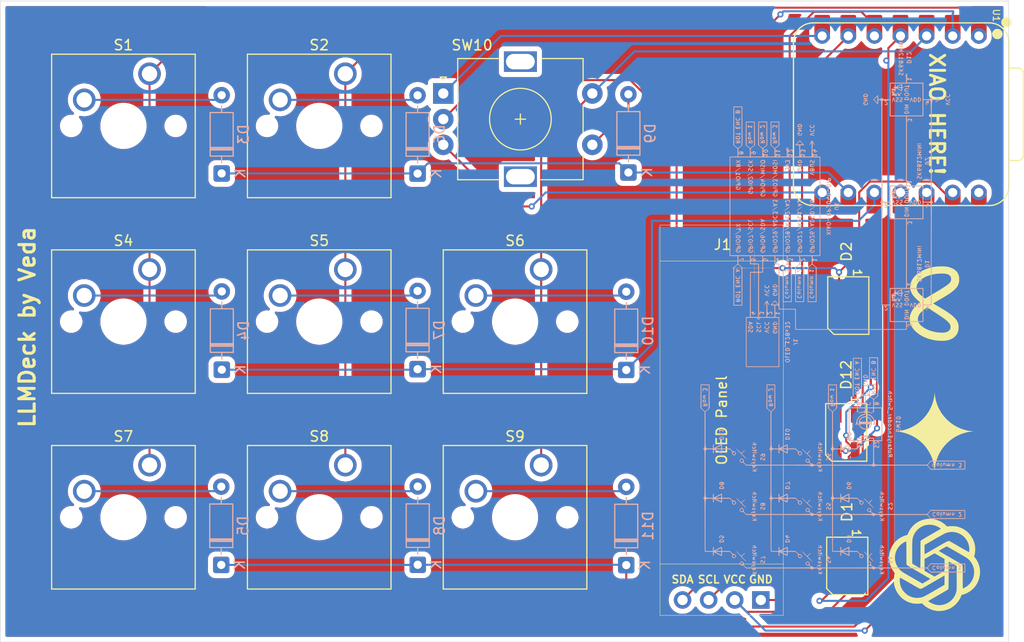
<source format=kicad_pcb>
(kicad_pcb (version 20241229) (generator "pcbnew") (generator_version "9.0")
  (layers (0 "F.Cu" signal) (2 "B.Cu" signal) (13 "F.Paste" user) (15 "B.Paste" user) (5 "F.SilkS" user "F.Silkscreen") (7 "B.SilkS" user "B.Silkscreen") (1 "F.Mask" user) (3 "B.Mask" user) (25 "Edge.Cuts" user))
  (net 0 "")
  (net 1 "Net-(D1-DIN)")
  (net 2 "Net-(D1-DOUT)")
  (net 3 "GND")
  (net 4 "VCC")
  (net 5 "Net-(D12-DIN)")
  (net 6 "Net-(D3-A)")
  (net 7 "Row 1")
  (net 8 "Row 2")
  (net 9 "Net-(D4-A)")
  (net 10 "Net-(D5-A)")
  (net 11 "Row 3")
  (net 12 "Net-(D6-A)")
  (net 13 "Net-(D7-A)")
  (net 14 "Net-(D8-A)")
  (net 15 "Net-(D9-A)")
  (net 16 "Net-(D10-A)")
  (net 17 "Net-(D11-A)")
  (net 19 "Net-(J1-SCL)")
  (net 20 "Net-(J1-SDA)")
  (net 21 "Column 1")
  (net 22 "Column 2")
  (net 23 "Column 3")
  (net 24 "ROT ENC B")
  (net 25 "ROT ENC A")
  (footprint "Button_Switch_Keyboard:SW_Cherry_MX_1.00u_PCB" (layer "F.Cu") (at 112.97125 106.2825)
    (property "Reference" "S8" (at -2.54 -2.794 0) (layer "F.SilkS"))
    (property "Value" "Keyswitch")
    (pad "" np_thru_hole circle (at -7.62 5.08) (size 1.7 1.7) (drill 1.7) (layers "*.Cu" "*.Mask"))
    (pad "" np_thru_hole circle (at -2.54 5.08) (size 4 4) (drill 4) (layers "*.Cu" "*.Mask"))
    (pad "" np_thru_hole circle (at 2.54 5.08) (size 1.7 1.7) (drill 1.7) (layers "*.Cu" "*.Mask"))
    (pad "1" thru_hole circle (at 0 0) (size 2.2 2.2) (drill 1.5) (layers "*.Cu" "*.Mask") (net 22 "Column 2"))
    (pad "2" thru_hole circle (at -6.35 2.54) (size 2.2 2.2) (drill 1.5) (layers "*.Cu" "*.Mask") (net 14 "Net-(D8-A)"))
  )
  (footprint "LED_SMD:LED_SK6812MINI_PLCC4_3.5x3.5mm_P1.75mm" (layer "F.Cu") (at 161.9 90.75 -90)
    (property "Reference" "D2" (at -5.25 0.175 90) (layer "F.SilkS"))
    (property "Value" "SK6812MINI")
    (fp_text user "1" (at -3.2 -0.875 270) (layer "F.SilkS") (effects (font (size 0.8 0.8))))
    (pad "1" smd rect (at -1.75 -0.875 270) (size 1.6 0.85) (layers "F.Cu" "F.Mask" "F.Paste") (net 5 "Net-(D12-DIN)"))
    (pad "2" smd rect (at -1.75 0.875 270) (size 1.6 0.85) (layers "F.Cu" "F.Mask" "F.Paste") (net 3 "GND"))
    (pad "3" smd rect (at 1.75 0.875 270) (size 1.6 0.85) (layers "F.Cu" "F.Mask" "F.Paste") (net 2 "Net-(D1-DOUT)"))
    (pad "4" smd rect (at 1.75 -0.875 270) (size 1.6 0.85) (layers "F.Cu" "F.Mask" "F.Paste") (net 4 "VCC"))
  )
  (footprint "Button_Switch_Keyboard:SW_Cherry_MX_1.00u_PCB" (layer "F.Cu") (at 112.97125 87.2325)
    (property "Reference" "S5" (at -2.54 -2.794 0) (layer "F.SilkS"))
    (property "Value" "Keyswitch")
    (pad "" np_thru_hole circle (at -7.62 5.08) (size 1.7 1.7) (drill 1.7) (layers "*.Cu" "*.Mask"))
    (pad "" np_thru_hole circle (at -2.54 5.08) (size 4 4) (drill 4) (layers "*.Cu" "*.Mask"))
    (pad "" np_thru_hole circle (at 2.54 5.08) (size 1.7 1.7) (drill 1.7) (layers "*.Cu" "*.Mask"))
    (pad "1" thru_hole circle (at 0 0) (size 2.2 2.2) (drill 1.5) (layers "*.Cu" "*.Mask") (net 22 "Column 2"))
    (pad "2" thru_hole circle (at -6.35 2.54) (size 2.2 2.2) (drill 1.5) (layers "*.Cu" "*.Mask") (net 13 "Net-(D7-A)"))
  )
  (footprint "LED_SMD:LED_SK6812MINI_PLCC4_3.5x3.5mm_P1.75mm" (layer "F.Cu") (at 161.7 103.1 -90)
    (property "Reference" "D12" (at -5.6 0 90) (layer "F.SilkS"))
    (property "Value" "SK6812MINI")
    (fp_text user "1" (at -3.2 -0.875 270) (layer "F.SilkS") (effects (font (size 0.8 0.8))))
    (pad "1" smd rect (at -1.75 -0.875 270) (size 1.6 0.85) (layers "F.Cu" "F.Mask" "F.Paste"))
    (pad "2" smd rect (at -1.75 0.875 270) (size 1.6 0.85) (layers "F.Cu" "F.Mask" "F.Paste") (net 3 "GND"))
    (pad "3" smd rect (at 1.75 0.875 270) (size 1.6 0.85) (layers "F.Cu" "F.Mask" "F.Paste") (net 5 "Net-(D12-DIN)"))
    (pad "4" smd rect (at 1.75 -0.875 270) (size 1.6 0.85) (layers "F.Cu" "F.Mask" "F.Paste") (net 4 "VCC"))
  )
  (footprint "Button_Switch_Keyboard:SW_Cherry_MX_1.00u_PCB" (layer "F.Cu") (at 93.92125 106.2825)
    (property "Reference" "S7" (at -2.54 -2.794 0) (layer "F.SilkS"))
    (property "Value" "Keyswitch")
    (pad "" np_thru_hole circle (at -7.62 5.08) (size 1.7 1.7) (drill 1.7) (layers "*.Cu" "*.Mask"))
    (pad "" np_thru_hole circle (at -2.54 5.08) (size 4 4) (drill 4) (layers "*.Cu" "*.Mask"))
    (pad "" np_thru_hole circle (at 2.54 5.08) (size 1.7 1.7) (drill 1.7) (layers "*.Cu" "*.Mask"))
    (pad "1" thru_hole circle (at 0 0) (size 2.2 2.2) (drill 1.5) (layers "*.Cu" "*.Mask") (net 21 "Column 1"))
    (pad "2" thru_hole circle (at -6.35 2.54) (size 2.2 2.2) (drill 1.5) (layers "*.Cu" "*.Mask") (net 10 "Net-(D5-A)"))
  )
  (footprint "OPL:XIAO-RP2040-DIP" (layer "F.Cu") (at 166.98 72.12 -90)
    (property "Reference" "U1" (at -9.62 -9.32 270) (layer "F.SilkS") (effects (font (size 0.635 0.635) (thickness 0.1016))))
    (property "Value" "XIAO-RP2040-DIP")
    (pad "1" smd roundrect (at -8.455 -7.62 90) (size 2.432 1.524) (layers "F.Cu" "F.Mask") (roundrect_rratio 0.1) (net 21 "Column 1"))
    (pad "1" thru_hole circle (at -7.62 -7.62 90) (size 1.524 1.524) (drill 0.889) (layers "*.Cu" "*.Mask") (net 21 "Column 1"))
    (pad "2" smd roundrect (at -8.455 -5.08 90) (size 2.432 1.524) (layers "F.Cu" "F.Mask") (roundrect_rratio 0.1) (net 22 "Column 2"))
    (pad "2" thru_hole circle (at -7.62 -5.08 90) (size 1.524 1.524) (drill 0.889) (layers "*.Cu" "*.Mask") (net 22 "Column 2"))
    (pad "3" smd roundrect (at -8.455 -2.54 90) (size 2.432 1.524) (layers "F.Cu" "F.Mask") (roundrect_rratio 0.1) (net 23 "Column 3"))
    (pad "3" thru_hole circle (at -7.62 -2.54 90) (size 1.524 1.524) (drill 0.889) (layers "*.Cu" "*.Mask") (net 23 "Column 3"))
    (pad "4" smd roundrect (at -8.455 0 90) (size 2.432 1.524) (layers "F.Cu" "F.Mask") (roundrect_rratio 0.1) (net 1 "Net-(D1-DIN)"))
    (pad "4" thru_hole circle (at -7.62 0 90) (size 1.524 1.524) (drill 0.889) (layers "*.Cu" "*.Mask") (net 1 "Net-(D1-DIN)"))
    (pad "5" smd roundrect (at -8.455 2.54 90) (size 2.432 1.524) (layers "F.Cu" "F.Mask") (roundrect_rratio 0.1) (net 20 "Net-(J1-SDA)"))
    (pad "5" thru_hole circle (at -7.62 2.54 90) (size 1.524 1.524) (drill 0.889) (layers "*.Cu" "*.Mask") (net 20 "Net-(J1-SDA)"))
    (pad "6" smd roundrect (at -8.455 5.08 90) (size 2.432 1.524) (layers "F.Cu" "F.Mask") (roundrect_rratio 0.1) (net 19 "Net-(J1-SCL)"))
    (pad "6" thru_hole circle (at -7.62 5.08 90) (size 1.524 1.524) (drill 0.889) (layers "*.Cu" "*.Mask") (net 19 "Net-(J1-SCL)"))
    (pad "7" smd roundrect (at -8.455 7.62 90) (size 2.432 1.524) (layers "F.Cu" "F.Mask") (roundrect_rratio 0.1) (net 25 "ROT ENC A"))
    (pad "7" thru_hole circle (at -7.62 7.62 90) (size 1.524 1.524) (drill 0.889) (layers "*.Cu" "*.Mask") (net 25 "ROT ENC A"))
    (pad "8" thru_hole circle (at 7.62 7.62 270) (size 1.524 1.524) (drill 0.889) (layers "*.Cu" "*.Mask") (net 24 "ROT ENC B"))
    (pad "8" smd roundrect (at 8.455 7.62 270) (size 2.432 1.524) (layers "F.Cu" "F.Mask") (roundrect_rratio 0.1) (net 24 "ROT ENC B"))
    (pad "9" thru_hole circle (at 7.62 5.08 270) (size 1.524 1.524) (drill 0.889) (layers "*.Cu" "*.Mask") (net 7 "Row 1"))
    (pad "9" smd roundrect (at 8.455 5.08 270) (size 2.432 1.524) (layers "F.Cu" "F.Mask") (roundrect_rratio 0.1) (net 7 "Row 1"))
    (pad "10" thru_hole circle (at 7.62 2.54 270) (size 1.524 1.524) (drill 0.889) (layers "*.Cu" "*.Mask") (net 8 "Row 2"))
    (pad "10" smd roundrect (at 8.455 2.54 270) (size 2.432 1.524) (layers "F.Cu" "F.Mask") (roundrect_rratio 0.1) (net 8 "Row 2"))
    (pad "11" thru_hole circle (at 7.62 0 270) (size 1.524 1.524) (drill 0.889) (layers "*.Cu" "*.Mask") (net 11 "Row 3"))
    (pad "11" smd roundrect (at 8.455 0 270) (size 2.432 1.524) (layers "F.Cu" "F.Mask") (roundrect_rratio 0.1) (net 11 "Row 3"))
    (pad "12" thru_hole circle (at 7.62 -2.54 270) (size 1.524 1.524) (drill 0.889) (layers "*.Cu" "*.Mask"))
    (pad "12" smd roundrect (at 8.455 -2.54 270) (size 2.432 1.524) (layers "F.Cu" "F.Mask") (roundrect_rratio 0.1))
    (pad "13" thru_hole circle (at 7.62 -5.08 270) (size 1.524 1.524) (drill 0.889) (layers "*.Cu" "*.Mask") (net 3 "GND"))
    (pad "13" smd roundrect (at 8.455 -5.08 270) (size 2.432 1.524) (layers "F.Cu" "F.Mask") (roundrect_rratio 0.1) (net 3 "GND"))
    (pad "14" thru_hole circle (at 7.62 -7.62 270) (size 1.524 1.524) (drill 0.889) (layers "*.Cu" "*.Mask") (net 4 "VCC"))
    (pad "14" smd roundrect (at 8.455 -7.62 270) (size 2.432 1.524) (layers "F.Cu" "F.Mask") (roundrect_rratio 0.1) (net 4 "VCC"))
  )
  (footprint "LOGO" (layer "F.Cu") (at 170.3 116)
    (property "Reference" "G" (hide yes))
    (property "Value" "LOGO" (hide yes))
  )
  (footprint "Button_Switch_Keyboard:SW_Cherry_MX_1.00u_PCB" (layer "F.Cu") (at 93.92125 68.1825)
    (property "Reference" "S1" (at -2.54 -2.794 0) (layer "F.SilkS"))
    (property "Value" "Keyswitch")
    (pad "" np_thru_hole circle (at -7.62 5.08) (size 1.7 1.7) (drill 1.7) (layers "*.Cu" "*.Mask"))
    (pad "" np_thru_hole circle (at -2.54 5.08) (size 4 4) (drill 4) (layers "*.Cu" "*.Mask"))
    (pad "" np_thru_hole circle (at 2.54 5.08) (size 1.7 1.7) (drill 1.7) (layers "*.Cu" "*.Mask"))
    (pad "1" thru_hole circle (at 0 0) (size 2.2 2.2) (drill 1.5) (layers "*.Cu" "*.Mask") (net 21 "Column 1"))
    (pad "2" thru_hole circle (at -6.35 2.54) (size 2.2 2.2) (drill 1.5) (layers "*.Cu" "*.Mask") (net 6 "Net-(D3-A)"))
  )
  (footprint "OLED:RotaryEncoder_Alps_EC11E-Switch_Vertical_H20mm" (layer "F.Cu") (at 122.5 70.1)
    (property "Reference" "SW10" (at 2.8 -4.7 0) (layer "F.SilkS"))
    (property "Value" "RotaryEncoder_Switch")
    (pad "A" thru_hole rect (at 0 0) (size 2 2) (drill 1) (layers "*.Cu" "*.Mask") (net 25 "ROT ENC A"))
    (pad "B" thru_hole circle (at 0 5) (size 2 2) (drill 1) (layers "*.Cu" "*.Mask") (net 24 "ROT ENC B"))
    (pad "C" thru_hole circle (at 0 2.5) (size 2 2) (drill 1) (layers "*.Cu" "*.Mask") (net 3 "GND"))
    (pad "MP" thru_hole rect (at 7.5 -3.1) (size 3.2 2) (drill oval 2.8 1.5) (layers "*.Cu" "*.Mask"))
    (pad "MP" thru_hole rect (at 7.5 8.1) (size 3.2 2) (drill oval 2.8 1.5) (layers "*.Cu" "*.Mask"))
    (pad "S1" thru_hole circle (at 14.5 5) (size 2 2) (drill 1) (layers "*.Cu" "*.Mask") (net 15 "Net-(D9-A)"))
    (pad "S2" thru_hole circle (at 14.5 0) (size 2 2) (drill 1) (layers "*.Cu" "*.Mask") (net 23 "Column 3"))
  )
  (footprint "LOGO" (layer "F.Cu") (at 170.3 103)
    (property "Reference" "G***" (hide yes))
    (property "Value" "LOGO" (hide yes))
  )
  (footprint "Button_Switch_Keyboard:SW_Cherry_MX_1.00u_PCB" (layer "F.Cu") (at 132.02125 106.2825)
    (property "Reference" "S9" (at -2.54 -2.794 0) (layer "F.SilkS"))
    (property "Value" "Keyswitch")
    (pad "" np_thru_hole circle (at -7.62 5.08) (size 1.7 1.7) (drill 1.7) (layers "*.Cu" "*.Mask"))
    (pad "" np_thru_hole circle (at -2.54 5.08) (size 4 4) (drill 4) (layers "*.Cu" "*.Mask"))
    (pad "" np_thru_hole circle (at 2.54 5.08) (size 1.7 1.7) (drill 1.7) (layers "*.Cu" "*.Mask"))
    (pad "1" thru_hole circle (at 0 0) (size 2.2 2.2) (drill 1.5) (layers "*.Cu" "*.Mask") (net 23 "Column 3"))
    (pad "2" thru_hole circle (at -6.35 2.54) (size 2.2 2.2) (drill 1.5) (layers "*.Cu" "*.Mask") (net 17 "Net-(D11-A)"))
  )
  (footprint "OLED:SSD1306-0.91-OLED-4pin-128x32" (layer "F.Cu") (at 155.585 82.915 -90)
    (property "Reference" "J1" (at 1.9 5.91 0) (layer "F.SilkS"))
    (property "Value" "OLED_128x32")
    (fp_text user "VCC" (at 34.5 4.73 0) (layer "F.SilkS") (effects (font (size 0.75 0.75))))
    (fp_text user "SDA" (at 34.5 9.81 0) (layer "F.SilkS") (effects (font (size 0.75 0.75))))
    (fp_text user "SCL" (at 34.5 7.27 0) (layer "F.SilkS") (effects (font (size 0.75 0.75))))
    (fp_text user "GND" (at 34.5 2.19 0) (layer "F.SilkS") (effects (font (size 0.75 0.75))))
    (fp_text user "OLED Panel" (at 19 6 90) (layer "F.SilkS"))
    (pad "1" thru_hole rect (at 36.5 2.19 270) (size 1.7 1.7) (drill 1) (layers "*.Cu" "*.Mask") (net 3 "GND"))
    (pad "2" thru_hole oval (at 36.5 4.73 270) (size 1.7 1.7) (drill 1) (layers "*.Cu" "*.Mask") (net 4 "VCC"))
    (pad "3" thru_hole oval (at 36.5 7.27 270) (size 1.7 1.7) (drill 1) (layers "*.Cu" "*.Mask") (net 19 "Net-(J1-SCL)"))
    (pad "4" thru_hole oval (at 36.5 9.81 270) (size 1.7 1.7) (drill 1) (layers "*.Cu" "*.Mask") (net 20 "Net-(J1-SDA)"))
  )
  (footprint "Button_Switch_Keyboard:SW_Cherry_MX_1.00u_PCB" (layer "F.Cu") (at 132.02125 87.2325)
    (property "Reference" "S6" (at -2.54 -2.794 0) (layer "F.SilkS"))
    (property "Value" "Keyswitch")
    (pad "" np_thru_hole circle (at -7.62 5.08) (size 1.7 1.7) (drill 1.7) (layers "*.Cu" "*.Mask"))
    (pad "" np_thru_hole circle (at -2.54 5.08) (size 4 4) (drill 4) (layers "*.Cu" "*.Mask"))
    (pad "" np_thru_hole circle (at 2.54 5.08) (size 1.7 1.7) (drill 1.7) (layers "*.Cu" "*.Mask"))
    (pad "1" thru_hole circle (at 0 0) (size 2.2 2.2) (drill 1.5) (layers "*.Cu" "*.Mask") (net 23 "Column 3"))
    (pad "2" thru_hole circle (at -6.35 2.54) (size 2.2 2.2) (drill 1.5) (layers "*.Cu" "*.Mask") (net 16 "Net-(D10-A)"))
  )
  (footprint "Button_Switch_Keyboard:SW_Cherry_MX_1.00u_PCB" (layer "F.Cu") (at 93.92125 87.2325)
    (property "Reference" "S4" (at -2.54 -2.794 0) (layer "F.SilkS"))
    (property "Value" "Keyswitch")
    (pad "" np_thru_hole circle (at -7.62 5.08) (size 1.7 1.7) (drill 1.7) (layers "*.Cu" "*.Mask"))
    (pad "" np_thru_hole circle (at -2.54 5.08) (size 4 4) (drill 4) (layers "*.Cu" "*.Mask"))
    (pad "" np_thru_hole circle (at 2.54 5.08) (size 1.7 1.7) (drill 1.7) (layers "*.Cu" "*.Mask"))
    (pad "1" thru_hole circle (at 0 0) (size 2.2 2.2) (drill 1.5) (layers "*.Cu" "*.Mask") (net 21 "Column 1"))
    (pad "2" thru_hole circle (at -6.35 2.54) (size 2.2 2.2) (drill 1.5) (layers "*.Cu" "*.Mask") (net 9 "Net-(D4-A)"))
  )
  (footprint "LED_SMD:LED_SK6812MINI_PLCC4_3.5x3.5mm_P1.75mm" (layer "F.Cu") (at 161.8 116.1 -90)
    (property "Reference" "D1" (at -5.25 0.025 90) (layer "F.SilkS"))
    (property "Value" "SK6812MINI")
    (fp_text user "1" (at -3.2 -0.875 270) (layer "F.SilkS") (effects (font (size 0.8 0.8))))
    (pad "1" smd rect (at -1.75 -0.875 270) (size 1.6 0.85) (layers "F.Cu" "F.Mask" "F.Paste") (net 2 "Net-(D1-DOUT)"))
    (pad "2" smd rect (at -1.75 0.875 270) (size 1.6 0.85) (layers "F.Cu" "F.Mask" "F.Paste") (net 3 "GND"))
    (pad "3" smd rect (at 1.75 0.875 270) (size 1.6 0.85) (layers "F.Cu" "F.Mask" "F.Paste") (net 1 "Net-(D1-DIN)"))
    (pad "4" smd rect (at 1.75 -0.875 270) (size 1.6 0.85) (layers "F.Cu" "F.Mask" "F.Paste") (net 4 "VCC"))
  )
  (footprint "LOGO" (layer "F.Cu") (at 170.3 90.7 90)
    (property "Reference" "G***" (hide yes))
    (property "Value" "LOGO" (hide yes))
  )
  (footprint "Button_Switch_Keyboard:SW_Cherry_MX_1.00u_PCB" (layer "F.Cu") (at 112.97125 68.1825)
    (property "Reference" "S2" (at -2.54 -2.794 0) (layer "F.SilkS"))
    (property "Value" "Keyswitch")
    (pad "" np_thru_hole circle (at -7.62 5.08) (size 1.7 1.7) (drill 1.7) (layers "*.Cu" "*.Mask"))
    (pad "" np_thru_hole circle (at -2.54 5.08) (size 4 4) (drill 4) (layers "*.Cu" "*.Mask"))
    (pad "" np_thru_hole circle (at 2.54 5.08) (size 1.7 1.7) (drill 1.7) (layers "*.Cu" "*.Mask"))
    (pad "1" thru_hole circle (at 0 0) (size 2.2 2.2) (drill 1.5) (layers "*.Cu" "*.Mask") (net 22 "Column 2"))
    (pad "2" thru_hole circle (at -6.35 2.54) (size 2.2 2.2) (drill 1.5) (layers "*.Cu" "*.Mask") (net 12 "Net-(D6-A)"))
  )
  (footprint "Diode_THT:D_DO-35_SOD27_P7.62mm_Horizontal" (layer "B.Cu") (at 119.997139 96.944186 90)
    (property "Reference" "D7" (at 3.81 2.12 90) (layer "B.SilkS") (effects (justify mirror)))
    (property "Value" "1N4148")
    (fp_text user "K" (at 0 1.8 90) (layer "B.SilkS") (effects (justify mirror)))
    (pad "1" thru_hole roundrect (at 0 0 90) (size 1.6 1.6) (drill 0.8) (layers "*.Cu" "*.Mask") (roundrect_rratio 0.15625) (net 8 "Row 2"))
    (pad "2" thru_hole circle (at 7.62 0 90) (size 1.6 1.6) (drill 0.8) (layers "*.Cu" "*.Mask") (net 13 "Net-(D7-A)"))
  )
  (footprint "Diode_THT:D_DO-35_SOD27_P7.62mm_Horizontal" (layer "B.Cu") (at 140.3 97.02 90)
    (property "Reference" "D10" (at 3.81 2.12 90) (layer "B.SilkS") (effects (justify mirror)))
    (property "Value" "1N4148")
    (fp_text user "K" (at 0 1.8 90) (layer "B.SilkS") (effects (justify mirror)))
    (pad "1" thru_hole roundrect (at 0 0 90) (size 1.6 1.6) (drill 0.8) (layers "*.Cu" "*.Mask") (roundrect_rratio 0.15625) (net 8 "Row 2"))
    (pad "2" thru_hole circle (at 7.62 0 90) (size 1.6 1.6) (drill 0.8) (layers "*.Cu" "*.Mask") (net 16 "Net-(D10-A)"))
  )
  (footprint "Diode_THT:D_DO-35_SOD27_P7.62mm_Horizontal" (layer "B.Cu") (at 140.510611 77.794482 90)
    (property "Reference" "D9" (at 3.81 2.12 90) (layer "B.SilkS") (effects (justify mirror)))
    (property "Value" "1N4148")
    (fp_text user "K" (at 0 1.8 90) (layer "B.SilkS") (effects (justify mirror)))
    (pad "1" thru_hole roundrect (at 0 0 90) (size 1.6 1.6) (drill 0.8) (layers "*.Cu" "*.Mask") (roundrect_rratio 0.15625) (net 7 "Row 1"))
    (pad "2" thru_hole circle (at 7.62 0 90) (size 1.6 1.6) (drill 0.8) (layers "*.Cu" "*.Mask") (net 15 "Net-(D9-A)"))
  )
  (footprint "Diode_THT:D_DO-35_SOD27_P7.62mm_Horizontal" (layer "B.Cu") (at 120.013586 115.98675 90)
    (property "Reference" "D8" (at 3.81 2.12 90) (layer "B.SilkS") (effects (justify mirror)))
    (property "Value" "1N4148")
    (fp_text user "K" (at 0 1.8 90) (layer "B.SilkS") (effects (justify mirror)))
    (pad "1" thru_hole roundrect (at 0 0 90) (size 1.6 1.6) (drill 0.8) (layers "*.Cu" "*.Mask") (roundrect_rratio 0.15625) (net 11 "Row 3"))
    (pad "2" thru_hole circle (at 7.62 0 90) (size 1.6 1.6) (drill 0.8) (layers "*.Cu" "*.Mask") (net 14 "Net-(D8-A)"))
  )
  (footprint "Diode_THT:D_DO-35_SOD27_P7.62mm_Horizontal" (layer "B.Cu") (at 120 77.9 90)
    (property "Reference" "D6" (at 3.81 2.12 90) (layer "B.SilkS") (effects (justify mirror)))
    (property "Value" "1N4148")
    (fp_text user "K" (at 0 1.8 90) (layer "B.SilkS") (effects (justify mirror)))
    (pad "1" thru_hole roundrect (at 0 0 90) (size 1.6 1.6) (drill 0.8) (layers "*.Cu" "*.Mask") (roundrect_rratio 0.15625) (net 7 "Row 1"))
    (pad "2" thru_hole circle (at 7.62 0 90) (size 1.6 1.6) (drill 0.8) (layers "*.Cu" "*.Mask") (net 12 "Net-(D6-A)"))
  )
  (footprint "Diode_THT:D_DO-35_SOD27_P7.62mm_Horizontal" (layer "B.Cu") (at 100.954139 96.99376 90)
    (property "Reference" "D4" (at 3.81 2.12 90) (layer "B.SilkS") (effects (justify mirror)))
    (property "Value" "1N4148")
    (fp_text user "K" (at 0 1.8 90) (layer "B.SilkS") (effects (justify mirror)))
    (pad "1" thru_hole roundrect (at 0 0 90) (size 1.6 1.6) (drill 0.8) (layers "*.Cu" "*.Mask") (roundrect_rratio 0.15625) (net 8 "Row 2"))
    (pad "2" thru_hole circle (at 7.62 0 90) (size 1.6 1.6) (drill 0.8) (layers "*.Cu" "*.Mask") (net 9 "Net-(D4-A)"))
  )
  (footprint "Diode_THT:D_DO-35_SOD27_P7.62mm_Horizontal" (layer "B.Cu") (at 100.9 116 90)
    (property "Reference" "D5" (at 3.81 2.12 90) (layer "B.SilkS") (effects (justify mirror)))
    (property "Value" "1N4148")
    (fp_text user "K" (at 0 1.8 90) (layer "B.SilkS") (effects (justify mirror)))
    (pad "1" thru_hole roundrect (at 0 0 90) (size 1.6 1.6) (drill 0.8) (layers "*.Cu" "*.Mask") (roundrect_rratio 0.15625) (net 11 "Row 3"))
    (pad "2" thru_hole circle (at 7.62 0 90) (size 1.6 1.6) (drill 0.8) (layers "*.Cu" "*.Mask") (net 10 "Net-(D5-A)"))
  )
  (footprint "LOGO" (layer "B.Cu") (at 160.321218 91.4 90)
    (property "Reference" "G***" (hide yes))
    (property "Value" "LOGO" (hide yes))
  )
  (footprint "Diode_THT:D_DO-35_SOD27_P7.62mm_Horizontal" (layer "B.Cu") (at 140.3 116.02 90)
    (property "Reference" "D11" (at 3.81 2.12 90) (layer "B.SilkS") (effects (justify mirror)))
    (property "Value" "1N4148")
    (fp_text user "K" (at 0 1.8 90) (layer "B.SilkS") (effects (justify mirror)))
    (pad "1" thru_hole roundrect (at 0 0 90) (size 1.6 1.6) (drill 0.8) (layers "*.Cu" "*.Mask") (roundrect_rratio 0.15625) (net 11 "Row 3"))
    (pad "2" thru_hole circle (at 7.62 0 90) (size 1.6 1.6) (drill 0.8) (layers "*.Cu" "*.Mask") (net 17 "Net-(D11-A)"))
  )
  (footprint "Diode_THT:D_DO-35_SOD27_P7.62mm_Horizontal" (layer "B.Cu") (at 100.939226 77.886973 90)
    (property "Reference" "D3" (at 3.81 2.12 90) (layer "B.SilkS") (effects (justify mirror)))
    (property "Value" "1N4148")
    (fp_text user "K" (at 0 1.8 90) (layer "B.SilkS") (effects (justify mirror)))
    (pad "1" thru_hole roundrect (at 0 0 90) (size 1.6 1.6) (drill 0.8) (layers "*.Cu" "*.Mask") (roundrect_rratio 0.15625) (net 7 "Row 1"))
    (pad "2" thru_hole circle (at 7.62 0 90) (size 1.6 1.6) (drill 0.8) (layers "*.Cu" "*.Mask") (net 6 "Net-(D3-A)"))
  )
  (gr_rect (start 79.4 61.1) (end 177.5 123.5) (stroke (width 0.05)) (fill no) (layer "Edge.Cuts"))
  (gr_text "XIAO HERE!" (at 169.7 66 270) (layer "F.SilkS") (effects (font (size 1.4 1.4) (thickness 0.28) (bold yes)) (justify left bottom)))
  (gr_text "LLMDeck by Veda" (at 82.9 102.8 90) (layer "F.SilkS") (effects (font (size 1.5 1.5) (thickness 0.3) (bold yes)) (justify left bottom)))
  (segment (start 159.275 119.5) (end 159.1 119.5) (width 0.2) (layer "F.Cu") (net 1))
  (segment (start 160.925 117.85) (end 159.275 119.5) (width 0.2) (layer "F.Cu") (net 1))
  (segment (start 165.8 65.68) (end 166.98 64.5) (width 0.2) (layer "F.Cu") (net 1))
  (segment (start 165.8 66.7) (end 165.8 65.68) (width 0.2) (layer "F.Cu") (net 1))
  (segment (start 165.6 66.9) (end 165.8 66.7) (width 0.2) (layer "F.Cu") (net 1))
  (via (at 165.6 66.9) (size 0.6) (drill 0.3) (layers "F.Cu" "B.Cu") (net 1))
  (via (at 159.1 119.5) (size 0.6) (drill 0.3) (layers "F.Cu" "B.Cu") (net 1))
  (segment (start 165.799 67.099) (end 165.6 66.9) (width 0.2) (layer "B.Cu") (net 1))
  (segment (start 165.799 117.301) (end 165.799 67.099) (width 0.2) (layer "B.Cu") (net 1))
  (segment (start 159.1 119.5) (end 163.6 119.5) (width 0.2) (layer "B.Cu") (net 1))
  (segment (start 165.3 117.8) (end 165.799 117.301) (width 0.2) (layer "B.Cu") (net 1))
  (segment (start 163.6 119.5) (end 165.3 117.8) (width 0.2) (layer "B.Cu") (net 1))
  (segment (start 163.301 94.776) (end 161.025 92.5) (width 0.2) (layer "F.Cu") (net 2))
  (segment (start 162.675 114.35) (end 163.301 113.724) (width 0.2) (layer "F.Cu") (net 2))
  (segment (start 163.301 113.724) (end 163.301 94.776) (width 0.2) (layer "F.Cu") (net 2))
  (segment (start 163.99969 78.677) (end 162.963 79.71369) (width 0.2) (layer "F.Cu") (net 3))
  (segment (start 145.2 87.1) (end 155.5 87.1) (width 0.2) (layer "F.Cu") (net 3))
  (segment (start 126.301 68.799) (end 140.692179 68.799) (width 0.2) (layer "F.Cu") (net 3))
  (segment (start 172.06 80.575) (end 170.162 78.677) (width 0.2) (layer "F.Cu") (net 3))
  (segment (start 162.963 79.71369) (end 162.963 85.537) (width 0.2) (layer "F.Cu") (net 3))
  (segment (start 155.86 119.415) (end 160.925 114.35) (width 0.2) (layer "F.Cu") (net 3))
  (segment (start 153.395 119.415) (end 155.86 119.415) (width 0.2) (layer "F.Cu") (net 3))
  (segment (start 140.692179 68.799) (end 145.2 73.306821) (width 0.2) (layer "F.Cu") (net 3))
  (segment (start 160.3 100.825) (end 160.3 89.725) (width 0.2) (layer "F.Cu") (net 3))
  (segment (start 161 88.975) (end 161.025 89) (width 0.2) (layer "F.Cu") (net 3))
  (segment (start 160.3 89.725) (end 161.025 89) (width 0.2) (layer "F.Cu") (net 3))
  (segment (start 159.8 102.375) (end 160.825 101.35) (width 0.2) (layer "F.Cu") (net 3))
  (segment (start 161 87.5) (end 161 88.975) (width 0.2) (layer "F.Cu") (net 3))
  (segment (start 160.825 101.35) (end 160.3 100.825) (width 0.2) (layer "F.Cu") (net 3))
  (segment (start 170.162 78.677) (end 163.99969 78.677) (width 0.2) (layer "F.Cu") (net 3))
  (segment (start 122.5 72.6) (end 126.301 68.799) (width 0.2) (layer "F.Cu") (net 3))
  (segment (start 159.8 113.225) (end 159.8 102.375) (width 0.2) (layer "F.Cu") (net 3))
  (segment (start 160.925 114.35) (end 159.8 113.225) (width 0.2) (layer "F.Cu") (net 3))
  (segment (start 145.2 73.306821) (end 145.2 87.1) (width 0.2) (layer "F.Cu") (net 3))
  (segment (start 162.963 85.537) (end 161 87.5) (width 0.2) (layer "F.Cu") (net 3))
  (via (at 161 87.5) (size 0.6) (drill 0.3) (layers "F.Cu" "B.Cu") (net 3))
  (via (at 155.5 87.1) (size 0.6) (drill 0.3) (layers "F.Cu" "B.Cu") (net 3))
  (segment (start 160.6 87.1) (end 161 87.5) (width 0.2) (layer "B.Cu") (net 3))
  (segment (start 155.5 87.1) (end 160.6 87.1) (width 0.2) (layer "B.Cu") (net 3))
  (segment (start 174.6 79.74) (end 174.6 111.3) (width 0.2) (layer "F.Cu") (net 4))
  (segment (start 161.7 103.975) (end 162.575 104.85) (width 0.2) (layer "F.Cu") (net 4))
  (segment (start 162.775 92.5) (end 164.1 93.825) (width 0.2) (layer "F.Cu") (net 4))
  (segment (start 161.7 103.4) (end 161.7 103.975) (width 0.2) (layer "F.Cu") (net 4))
  (segment (start 161.949 117.124) (end 161.949 105.476) (width 0.2) (layer "F.Cu") (net 4))
  (segment (start 174.6 111.3) (end 163.5 122.4) (width 0.2) (layer "F.Cu") (net 4))
  (segment (start 150.855 119.415) (end 152.006 120.566) (width 0.2) (layer "F.Cu") (net 4))
  (segment (start 164.1 93.825) (end 164.1 98.7) (width 0.2) (layer "F.Cu") (net 4))
  (segment (start 161.949 105.476) (end 162.575 104.85) (width 0.2) (layer "F.Cu") (net 4))
  (segment (start 152.006 120.566) (end 159.959 120.566) (width 0.2) (layer "F.Cu") (net 4))
  (segment (start 159.959 120.566) (end 162.675 117.85) (width 0.2) (layer "F.Cu") (net 4))
  (segment (start 162.675 117.85) (end 161.949 117.124) (width 0.2) (layer "F.Cu") (net 4))
  (via (at 163.5 122.4) (size 0.6) (drill 0.3) (layers "F.Cu" "B.Cu") (net 4))
  (via (at 161.7 103.4) (size 0.6) (drill 0.3) (layers "F.Cu" "B.Cu") (net 4))
  (via (at 164.1 98.7) (size 0.6) (drill 0.3) (layers "F.Cu" "B.Cu") (net 4))
  (segment (start 163.5 122.4) (end 153.84 122.4) (width 0.2) (layer "B.Cu") (net 4))
  (segment (start 161.7 101.1) (end 161.7 103.4) (width 0.2) (layer "B.Cu") (net 4))
  (segment (start 164.1 98.7) (end 161.7 101.1) (width 0.2) (layer "B.Cu") (net 4))
  (segment (start 153.84 122.4) (end 150.855 119.415) (width 0.2) (layer "B.Cu") (net 4))
  (segment (start 161.649998 104.9) (end 160.875 104.9) (width 0.2) (layer "F.Cu") (net 5))
  (segment (start 162.775 89) (end 164.7 90.925) (width 0.2) (layer "F.Cu") (net 5))
  (segment (start 160.875 104.9) (end 160.825 104.85) (width 0.2) (layer "F.Cu") (net 5))
  (segment (start 164.7 90.925) (end 164.7 102.7) (width 0.2) (layer "F.Cu") (net 5))
  (via (at 164.7 102.7) (size 0.6) (drill 0.3) (layers "F.Cu" "B.Cu") (net 5))
  (via (at 161.649998 104.9) (size 0.6) (drill 0.3) (layers "F.Cu" "B.Cu") (net 5))
  (segment (start 162.5 104.9) (end 161.649998 104.9) (width 0.2) (layer "B.Cu") (net 5))
  (segment (start 164.7 102.7) (end 162.5 104.9) (width 0.2) (layer "B.Cu") (net 5))
  (segment (start 100.483699 70.7225) (end 100.939226 70.266973) (width 0.2) (layer "B.Cu") (net 6))
  (segment (start 87.57125 70.7225) (end 100.483699 70.7225) (width 0.2) (layer "B.Cu") (net 6))
  (segment (start 121.001 76.899) (end 139.615129 76.899) (width 0.2) (layer "B.Cu") (net 7))
  (segment (start 140.510611 77.794482) (end 159.954482 77.794482) (width 0.2) (layer "B.Cu") (net 7))
  (segment (start 159.954482 77.794482) (end 161.9 79.74) (width 0.2) (layer "B.Cu") (net 7))
  (segment (start 139.615129 76.899) (end 140.510611 77.794482) (width 0.2) (layer "B.Cu") (net 7))
  (segment (start 120 77.9) (end 121.001 76.899) (width 0.2) (layer "B.Cu") (net 7))
  (segment (start 100.939226 77.886973) (end 119.986973 77.886973) (width 0.2) (layer "B.Cu") (net 7))
  (segment (start 119.986973 77.886973) (end 120 77.9) (width 0.2) (layer "B.Cu") (net 7))
  (segment (start 119.997139 96.944186) (end 140.224186 96.944186) (width 0.2) (layer "B.Cu") (net 8))
  (segment (start 140.3 97.02) (end 142.8 94.52) (width 0.2) (layer "B.Cu") (net 8))
  (segment (start 140.224186 96.944186) (end 140.3 97.02) (width 0.2) (layer "B.Cu") (net 8))
  (segment (start 142.8 82.5) (end 162.9 82.5) (width 0.2) (layer "B.Cu") (net 8))
  (segment (start 142.8 94.52) (end 142.8 82.5) (width 0.2) (layer "B.Cu") (net 8))
  (segment (start 119.947565 96.99376) (end 119.997139 96.944186) (width 0.2) (layer "B.Cu") (net 8))
  (segment (start 162.9 82.5) (end 164.44 80.96) (width 0.2) (layer "B.Cu") (net 8))
  (segment (start 100.954139 96.99376) (end 119.947565 96.99376) (width 0.2) (layer "B.Cu") (net 8))
  (segment (start 164.44 80.96) (end 164.44 79.74) (width 0.2) (layer "B.Cu") (net 8))
  (segment (start 87.57125 89.7725) (end 100.555399 89.7725) (width 0.2) (layer "B.Cu") (net 9))
  (segment (start 100.555399 89.7725) (end 100.954139 89.37376) (width 0.2) (layer "B.Cu") (net 9))
  (segment (start 87.57125 108.8225) (end 100.4575 108.8225) (width 0.2) (layer "B.Cu") (net 10))
  (segment (start 100.4575 108.8225) (end 100.9 108.38) (width 0.2) (layer "B.Cu") (net 10))
  (segment (start 162.5 122) (end 166.98 117.52) (width 0.2) (layer "F.Cu") (net 11))
  (segment (start 143.3 122) (end 162.5 122) (width 0.2) (layer "F.Cu") (net 11))
  (segment (start 140.3 119) (end 143.3 122) (width 0.2) (layer "F.Cu") (net 11))
  (segment (start 140.3 116.02) (end 140.3 119) (width 0.2) (layer "F.Cu") (net 11))
  (segment (start 166.98 117.52) (end 166.98 80.575) (width 0.2) (layer "F.Cu") (net 11))
  (segment (start 120.013586 115.98675) (end 140.26675 115.98675) (width 0.2) (layer "B.Cu") (net 11))
  (segment (start 100.9 116) (end 120.000336 116) (width 0.2) (layer "B.Cu") (net 11))
  (segment (start 140.26675 115.98675) (end 140.3 116.02) (width 0.2) (layer "B.Cu") (net 11))
  (segment (start 120.000336 116) (end 120.013586 115.98675) (width 0.2) (layer "B.Cu") (net 11))
  (segment (start 119.5575 70.7225) (end 120 70.28) (width 0.2) (layer "B.Cu") (net 12))
  (segment (start 106.62125 70.7225) (end 119.5575 70.7225) (width 0.2) (layer "B.Cu") (net 12))
  (segment (start 106.62125 89.7725) (end 119.548825 89.7725) (width 0.2) (layer "B.Cu") (net 13))
  (segment (start 119.548825 89.7725) (end 119.997139 89.324186) (width 0.2) (layer "B.Cu") (net 13))
  (segment (start 106.62125 108.8225) (end 119.557836 108.8225) (width 0.2) (layer "B.Cu") (net 14))
  (segment (start 119.557836 108.8225) (end 120.013586 108.36675) (width 0.2) (layer "B.Cu") (net 14))
  (segment (start 137 75.1) (end 140.510611 71.589389) (width 0.2) (layer "F.Cu") (net 15))
  (segment (start 140.510611 71.589389) (end 140.510611 70.174482) (width 0.2) (layer "F.Cu") (net 15))
  (segment (start 125.67125 89.7725) (end 139.9275 89.7725) (width 0.2) (layer "B.Cu") (net 16))
  (segment (start 139.9275 89.7725) (end 140.3 89.4) (width 0.2) (layer "B.Cu") (net 16))
  (segment (start 139.8775 108.8225) (end 140.3 108.4) (width 0.2) (layer "B.Cu") (net 17))
  (segment (start 125.67125 108.8225) (end 139.8775 108.8225) (width 0.2) (layer "B.Cu") (net 17))
  (segment (start 157.4 69) (end 161.9 64.5) (width 0.2) (layer "F.Cu") (net 19))
  (segment (start 157.4 110.33) (end 157.4 69) (width 0.2) (layer "F.Cu") (net 19))
  (segment (start 148.315 119.415) (end 157.4 110.33) (width 0.2) (layer "F.Cu") (net 19))
  (segment (start 156.2 108.99) (end 156.2 64.506374) (width 0.2) (layer "F.Cu") (net 20))
  (segment (start 163.16563 62.148) (end 164.44 63.42237) (width 0.2) (layer "F.Cu") (net 20))
  (segment (start 164.44 63.42237) (end 164.44 64.5) (width 0.2) (layer "F.Cu") (net 20))
  (segment (start 158.558374 62.148) (end 163.16563 62.148) (width 0.2) (layer "F.Cu") (net 20))
  (segment (start 156.2 64.506374) (end 158.558374 62.148) (width 0.2) (layer "F.Cu") (net 20))
  (segment (start 145.775 119.415) (end 156.2 108.99) (width 0.2) (layer "F.Cu") (net 20))
  (segment (start 93.92125 68.1825) (end 93.92125 87.2325) (width 0.2) (layer "F.Cu") (net 21))
  (segment (start 93.92125 106.2825) (end 93.92125 87.2325) (width 0.2) (layer "F.Cu") (net 21))
  (segment (start 172.92463 61.747) (end 174.6 63.42237) (width 0.2) (layer "F.Cu") (net 21))
  (segment (start 100.35675 61.747) (end 172.92463 61.747) (width 0.2) (layer "F.Cu") (net 21))
  (segment (start 93.92125 68.1825) (end 100.35675 61.747) (width 0.2) (layer "F.Cu") (net 21))
  (segment (start 174.6 63.42237) (end 174.6 64.5) (width 0.2) (layer "F.Cu") (net 21))
  (segment (start 112.97125 106.2825) (end 112.97125 87.2325) (width 0.2) (layer "F.Cu") (net 22))
  (segment (start 154.7 63) (end 155.3 62.4) (width 0.2) (layer "F.Cu") (net 22))
  (segment (start 112.97125 68.1825) (end 112.97125 87.2325) (width 0.2) (layer "F.Cu") (net 22))
  (segment (start 153.9 63) (end 154.7 63) (width 0.2) (layer "F.Cu") (net 22))
  (segment (start 118.15375 63) (end 153.9 63) (width 0.2) (layer "F.Cu") (net 22))
  (segment (start 112.97125 68.1825) (end 118.15375 63) (width 0.2) (layer "F.Cu") (net 22))
  (via (at 155.3 62.4) (size 0.6) (drill 0.3) (layers "F.Cu" "B.Cu") (net 22))
  (segment (start 172.1 62.1) (end 172.1 62.3) (width 0.2) (layer "B.Cu") (net 22))
  (segment (start 172.06 62.34) (end 172.06 64.5) (width 0.2) (layer "B.Cu") (net 22))
  (segment (start 155.6 62.1) (end 172.1 62.1) (width 0.2) (layer "B.Cu") (net 22))
  (segment (start 155.3 62.4) (end 155.6 62.1) (width 0.2) (layer "B.Cu") (net 22))
  (segment (start 172.1 62.3) (end 172.06 62.34) (width 0.2) (layer "B.Cu") (net 22))
  (segment (start 132.02125 87.2325) (end 132.02125 75.07875) (width 0.2) (layer "F.Cu") (net 23))
  (segment (start 132.02125 87.2325) (end 132.02125 106.2825) (width 0.2) (layer "F.Cu") (net 23))
  (segment (start 132.02125 75.07875) (end 137 70.1) (width 0.2) (layer "F.Cu") (net 23))
  (segment (start 141.1 66) (end 168.02 66) (width 0.2) (layer "B.Cu") (net 23))
  (segment (start 168.02 66) (end 169.52 64.5) (width 0.2) (layer "B.Cu") (net 23))
  (segment (start 137 70.1) (end 141.1 66) (width 0.2) (layer "B.Cu") (net 23))
  (segment (start 122.5 75.1) (end 128.5 81.1) (width 0.2) (layer "F.Cu") (net 24))
  (segment (start 128.5 81.1) (end 131.1 81.1) (width 0.2) (layer "F.Cu") (net 24))
  (via (at 131.1 81.1) (size 0.6) (drill 0.3) (layers "F.Cu" "B.Cu") (net 24))
  (segment (start 132.46 79.74) (end 159.36 79.74) (width 0.2) (layer "B.Cu") (net 24))
  (segment (start 131.1 81.1) (end 132.46 79.74) (width 0.2) (layer "B.Cu") (net 24))
  (segment (start 122.5 70.1) (end 128.1 64.5) (width 0.2) (layer "B.Cu") (net 25))
  (segment (start 128.1 64.5) (end 159.36 64.5) (width 0.2) (layer "B.Cu") (net 25))
  (zone (net 0) (net_name "") (layers "F.Cu" "B.Cu") (connect_pads (clearance 0.5)) (min_thickness 0.25) (fill yes (thermal_gap 0.5) (thermal_bridge_width 0.5) (island_removal_mode 1) (island_area_min 10))
    (polygon (pts (xy 79.4 61.1) (xy 79.4 123.5) (xy 177.3 123.5) (xy 177.4 61)))
  )
)
</source>
